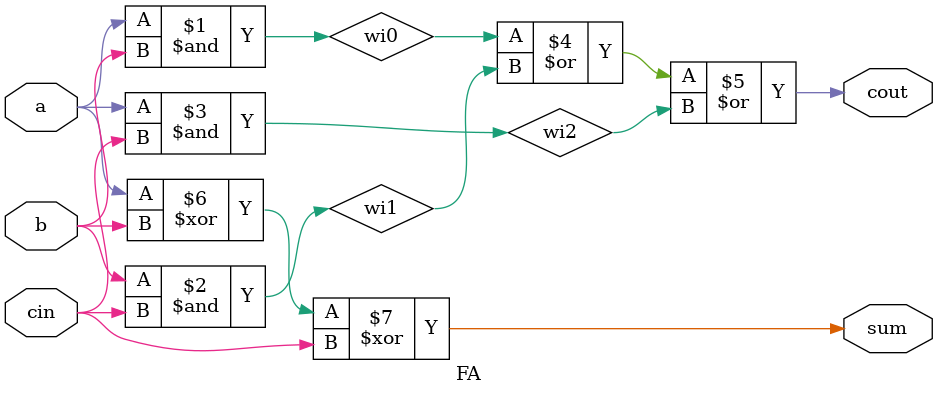
<source format=v>
module FA(
    input  a,
    input  b,
    input  cin, 
    output sum,
    output cout
);
	wire wi0,wi1,wi2;
	// put your design here
	and(wi0,a,b);
	and(wi1,b,cin);
	and(wi2,a,cin);
	or(cout,wi0,wi1,wi2);
	xor(sum,a,b,cin);
endmodule
</source>
